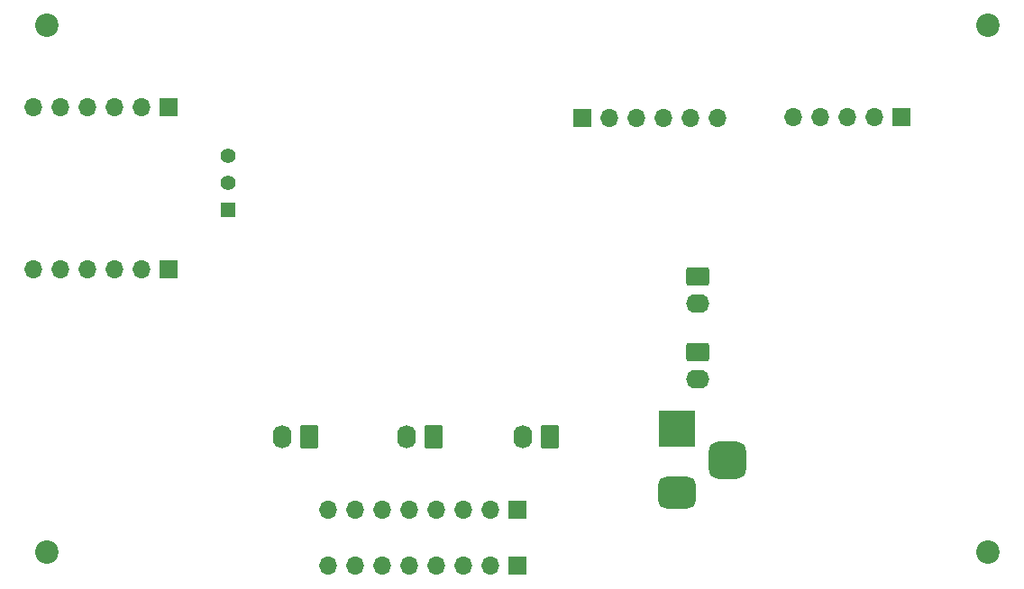
<source format=gbs>
G04 #@! TF.GenerationSoftware,KiCad,Pcbnew,7.0.10*
G04 #@! TF.CreationDate,2024-03-26T02:27:44-05:00*
G04 #@! TF.ProjectId,JargonJolt,4a617267-6f6e-44a6-9f6c-742e6b696361,rev?*
G04 #@! TF.SameCoordinates,Original*
G04 #@! TF.FileFunction,Soldermask,Bot*
G04 #@! TF.FilePolarity,Negative*
%FSLAX46Y46*%
G04 Gerber Fmt 4.6, Leading zero omitted, Abs format (unit mm)*
G04 Created by KiCad (PCBNEW 7.0.10) date 2024-03-26 02:27:44*
%MOMM*%
%LPD*%
G01*
G04 APERTURE LIST*
G04 Aperture macros list*
%AMRoundRect*
0 Rectangle with rounded corners*
0 $1 Rounding radius*
0 $2 $3 $4 $5 $6 $7 $8 $9 X,Y pos of 4 corners*
0 Add a 4 corners polygon primitive as box body*
4,1,4,$2,$3,$4,$5,$6,$7,$8,$9,$2,$3,0*
0 Add four circle primitives for the rounded corners*
1,1,$1+$1,$2,$3*
1,1,$1+$1,$4,$5*
1,1,$1+$1,$6,$7*
1,1,$1+$1,$8,$9*
0 Add four rect primitives between the rounded corners*
20,1,$1+$1,$2,$3,$4,$5,0*
20,1,$1+$1,$4,$5,$6,$7,0*
20,1,$1+$1,$6,$7,$8,$9,0*
20,1,$1+$1,$8,$9,$2,$3,0*%
G04 Aperture macros list end*
%ADD10C,2.200000*%
%ADD11R,1.700000X1.700000*%
%ADD12O,1.700000X1.700000*%
%ADD13R,3.500000X3.500000*%
%ADD14RoundRect,0.750000X1.000000X-0.750000X1.000000X0.750000X-1.000000X0.750000X-1.000000X-0.750000X0*%
%ADD15RoundRect,0.875000X0.875000X-0.875000X0.875000X0.875000X-0.875000X0.875000X-0.875000X-0.875000X0*%
%ADD16RoundRect,0.250000X0.620000X0.845000X-0.620000X0.845000X-0.620000X-0.845000X0.620000X-0.845000X0*%
%ADD17O,1.740000X2.190000*%
%ADD18RoundRect,0.250000X-0.845000X0.620000X-0.845000X-0.620000X0.845000X-0.620000X0.845000X0.620000X0*%
%ADD19O,2.190000X1.740000*%
%ADD20RoundRect,0.102000X0.609000X-0.609000X0.609000X0.609000X-0.609000X0.609000X-0.609000X-0.609000X0*%
%ADD21C,1.422000*%
G04 APERTURE END LIST*
D10*
X115824000Y-110490000D03*
D11*
X127278000Y-83868000D03*
D12*
X124738000Y-83868000D03*
X122198000Y-83868000D03*
X119658000Y-83868000D03*
X117118000Y-83868000D03*
X114578000Y-83868000D03*
D10*
X115824000Y-60960000D03*
D13*
X175030000Y-98854000D03*
D14*
X175030000Y-104854000D03*
D15*
X179730000Y-101854000D03*
D10*
X204216000Y-60960000D03*
D11*
X166140000Y-69644000D03*
D12*
X168680000Y-69644000D03*
X171220000Y-69644000D03*
X173760000Y-69644000D03*
X176300000Y-69644000D03*
X178840000Y-69644000D03*
D16*
X152170000Y-99596000D03*
D17*
X149630000Y-99596000D03*
D11*
X127278000Y-68628000D03*
D12*
X124738000Y-68628000D03*
X122198000Y-68628000D03*
X119658000Y-68628000D03*
X117118000Y-68628000D03*
X114578000Y-68628000D03*
D11*
X160020000Y-111760000D03*
D12*
X157480000Y-111760000D03*
X154940000Y-111760000D03*
X152400000Y-111760000D03*
X149860000Y-111760000D03*
X147320000Y-111760000D03*
X144780000Y-111760000D03*
X142240000Y-111760000D03*
D11*
X196088000Y-69596000D03*
D12*
X193548000Y-69596000D03*
X191008000Y-69596000D03*
X188468000Y-69596000D03*
X185928000Y-69596000D03*
D16*
X163092000Y-99616000D03*
D17*
X160552000Y-99616000D03*
D10*
X204216000Y-110490000D03*
D16*
X140486000Y-99596000D03*
D17*
X137946000Y-99596000D03*
D18*
X177003500Y-84534000D03*
D19*
X177003500Y-87074000D03*
D18*
X176983500Y-91646000D03*
D19*
X176983500Y-94186000D03*
D11*
X160029000Y-106474000D03*
D12*
X157489000Y-106474000D03*
X154949000Y-106474000D03*
X152409000Y-106474000D03*
X149869000Y-106474000D03*
X147329000Y-106474000D03*
X144789000Y-106474000D03*
X142249000Y-106474000D03*
D20*
X132866000Y-78280000D03*
D21*
X132866000Y-75740000D03*
X132866000Y-73200000D03*
M02*

</source>
